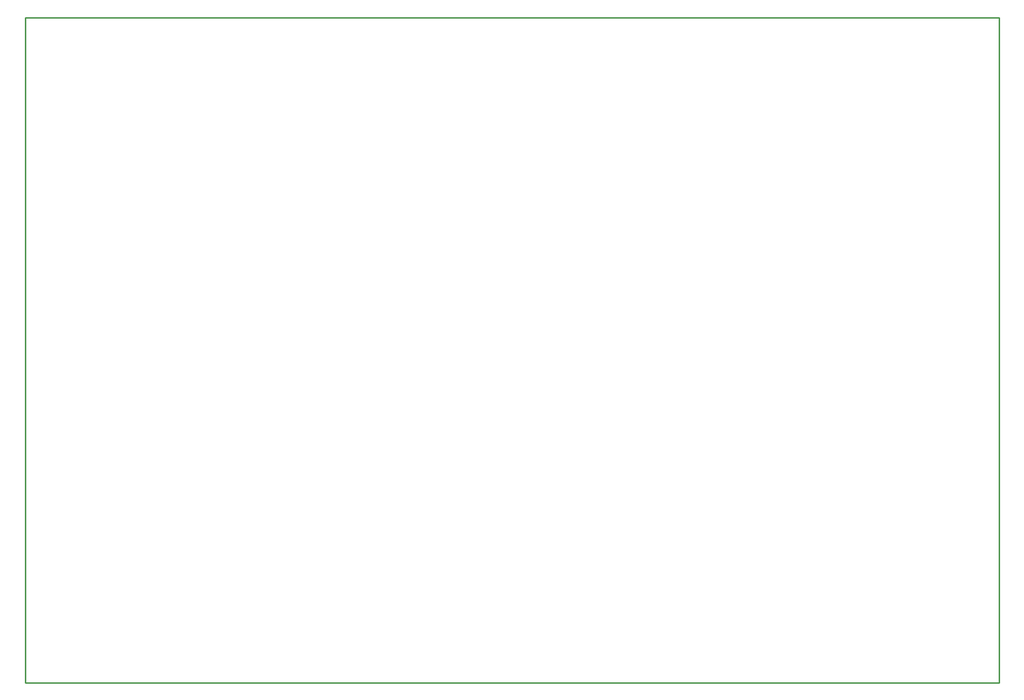
<source format=gm1>
G04*
G04 #@! TF.GenerationSoftware,Altium Limited,Altium Designer,20.0.9 (164)*
G04*
G04 Layer_Color=16711935*
%FSLAX25Y25*%
%MOIN*%
G70*
G01*
G75*
%ADD12C,0.01000*%
D12*
X0Y0D02*
Y464000D01*
Y0D02*
X679000D01*
Y464000D01*
X0D02*
X679000D01*
M02*

</source>
